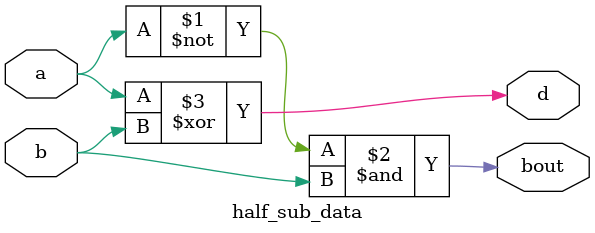
<source format=v>
module half_sub_data(a,b,bout,d);
input a,b;
output bout,d;
assign bout = (~a)&b;
assign d = a^b;
endmodule

</source>
